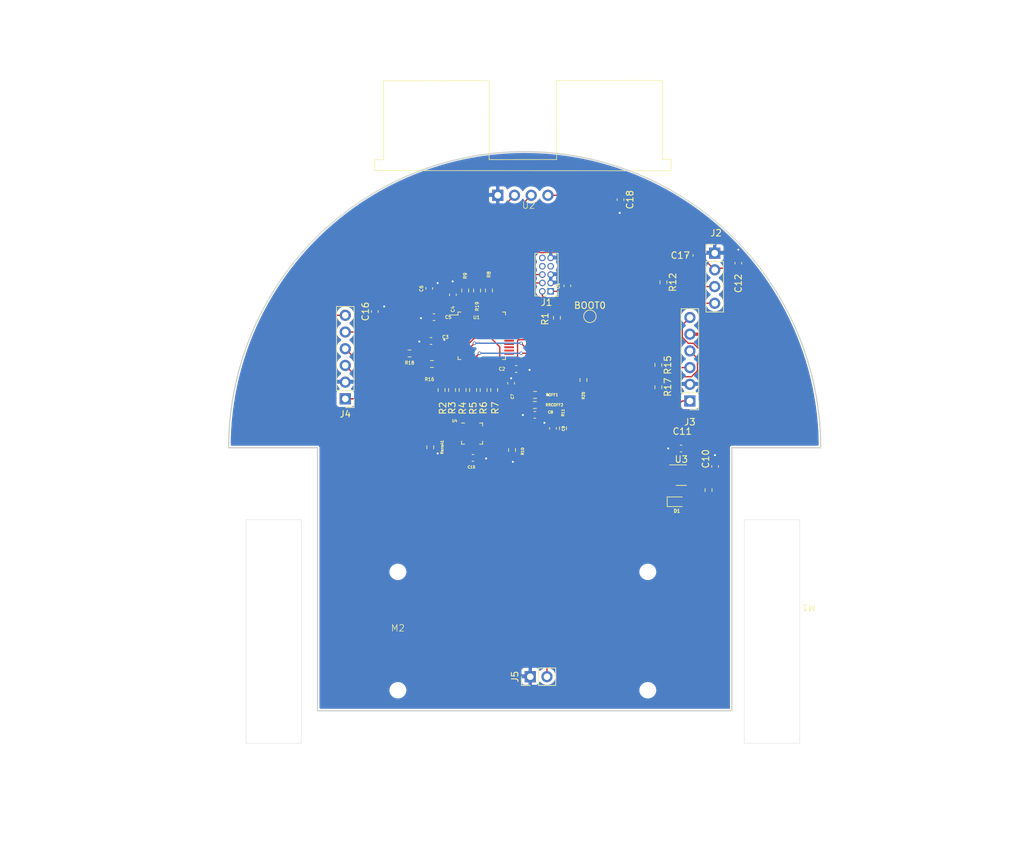
<source format=kicad_pcb>
(kicad_pcb (version 20221018) (generator pcbnew)
  (layers (0 "F.Cu" signal) (31 "B.Cu" signal) (34 "B.Paste" user) (35 "F.Paste" user) (36 "B.SilkS" user "B.Silkscreen") (37 "F.SilkS" user "F.Silkscreen") (38 "B.Mask" user) (39 "F.Mask" user) (44 "Edge.Cuts" user))
  (net 0 "")
  (net 1 "+3.3V")
  (net 2 "GND")
  (net 3 "+BATT")
  (net 4 "/mcu/IN_B2")
  (net 5 "Net-(C8-Pad1)")
  (net 6 "/mcu/BOOT0")
  (net 7 "Net-(U1-PA2)")
  (net 8 "/mcu/TIM15_CH1")
  (net 9 "Net-(U1-PA3)")
  (net 10 "/mcu/TIM15_CH2")
  (net 11 "Net-(U1-PA4)")
  (net 12 "/mcu/OUT_A4")
  (net 13 "Net-(U1-PA5)")
  (net 14 "/mcu/OUT_A5")
  (net 15 "/mcu/OUT_B0")
  (net 16 "Net-(U1-PB0)")
  (net 17 "/mcu/OUT_B1")
  (net 18 "Net-(U1-PB1)")
  (net 19 "Net-(U1-PB6)")
  (net 20 "/mcu/OUT_B9")
  (net 21 "Net-(U1-PB9)")
  (net 22 "/mcu/TIM3_CH1")
  (net 23 "/mcu/TIM2_CH1")
  (net 24 "/mcu/TIM3_CH2")
  (net 25 "/mcu/TIM2_CH2")
  (net 26 "/mcu/TIM8_CH2")
  (net 32 "/mcu/~{RESET}")
  (net 44 "/mcu/SWDIO")
  (net 47 "/mcu/SWDCLK")
  (net 49 "/mcu/SWO")
  (net 54 "Net-(U4-REF)")
  (net 55 "Net-(D1-A)")
  (net 56 "Net-(J2-Pin_3)")
  (net 57 "/external_uart/EXT_UART_RX")
  (net 58 "/motorA/MA")
  (net 59 "Net-(J3-Pin_3)")
  (net 60 "Net-(J3-Pin_4)")
  (net 61 "/motorA/MB")
  (net 62 "/motorB/MA")
  (net 63 "Net-(J4-Pin_3)")
  (net 64 "Net-(J4-Pin_4)")
  (net 65 "/motorB/MB")
  (net 66 "Net-(U4-SENSEB)")
  (net 67 "/external_uart/EXT_UART_TX")
  (net 68 "Net-(U2-ECHO)")
  (net 69 "Net-(U4-TOFF)")
  (net 70 "Net-(U4-SENSEA)")
  (footprint "Connector_PinHeader_2.54mm:PinHeader_1x06_P2.54mm_Vertical" (layer "F.Cu") (at 123 87.63 180)
    (fp_text reference "J4")
    (fp_text value "Conn_01x06")
  )
  (footprint "Package_QFP:LQFP-48_7x7mm_P0.5mm" (layer "F.Cu") (at 143.75 78.0425)
    (fp_text reference "U1")
    (fp_text value "STM32F030C8Tx" hide)
  )
  (footprint "Resistor_SMD:R_0603_1608Metric" (layer "F.Cu") (at 155.175 75.305 -90)
    (fp_text reference "R1")
    (fp_text value "10k" hide)
  )
  (footprint "minimouse:N20_with_encoder" (layer "F.Cu") (at 131 123)
    (fp_text reference "M2")
    (fp_text value "N20_encoder")
    (fp_rect (start -23.1 -17) (end -14.67 17) (stroke (width 0.05)) (fill none) (layer "Edge.Cuts"))
  )
  (footprint "Capacitor_SMD:C_0603_1608Metric" (layer "F.Cu") (at 175.3735 65.82 90)
    (fp_text reference "C17")
    (fp_text value "2.2µF" hide)
  )
  (footprint "Capacitor_SMD:C_0603_1608Metric" (layer "F.Cu") (at 142.41 96.61)
    (fp_text reference "C15")
    (fp_text value "2.2µF" hide)
  )
  (footprint "TestPoint:TestPoint_Pad_D1.5mm" (layer "F.Cu") (at 160.2 75.08)
    (fp_text reference "BOOT0")
    (fp_text value "TestPoint" hide)
  )
  (footprint "Resistor_SMD:R_0603_1608Metric" (layer "F.Cu") (at 151.823 88.561 180)
    (fp_text reference "RRCOFF2")
    (fp_text value "1k" hide)
  )
  (footprint "Resistor_SMD:R_0603_1608Metric" (layer "F.Cu") (at 140.8375 86.284 -90)
    (fp_text reference "R4")
    (fp_text value "100" hide)
  )
  (footprint "Capacitor_SMD:C_0603_1608Metric" (layer "F.Cu") (at 139.36 71.82 90)
    (fp_text reference "C4")
    (fp_text value "0.1uF" hide)
  )
  (footprint "Resistor_SMD:R_0603_1608Metric" (layer "F.Cu") (at 141.2375 71.155 -90)
    (fp_text reference "R9")
    (fp_text value "100" hide)
  )
  (footprint "Package_DFN_QFN:VQFN-16-1EP_3x3mm_P0.5mm_EP1.8x1.8mm" (layer "F.Cu") (at 142.28 92.92)
    (fp_text reference "U4")
    (fp_text value "STSPIN240" hide)
  )
  (footprint "Resistor_SMD:R_0603_1608Metric" (layer "F.Cu") (at 136.175 82.33)
    (fp_text reference "R16")
    (fp_text value "100" hide)
  )
  (footprint "Capacitor_SMD:C_0603_1608Metric" (layer "F.Cu") (at 136.48 75.21 180)
    (fp_text reference "C5")
    (fp_text value "0.1uF" hide)
  )
  (footprint "Resistor_SMD:R_0603_1608Metric" (layer "F.Cu") (at 151.853 87.031 180)
    (fp_text reference "ROFF1")
    (fp_text value "47k" hide)
  )
  (footprint "minimouse:N20_with_encoder" (layer "F.Cu") (at 169 123 180)
    (fp_text reference "M1")
    (fp_text value "N20_encoder")
    (fp_rect (start -23.1 -17) (end -14.67 17) (stroke (width 0.05)) (fill none) (layer "Edge.Cuts"))
  )
  (footprint "Connector_PinHeader_2.54mm:PinHeader_1x04_P2.54mm_Vertical" (layer "F.Cu") (at 179.1735 65.48)
    (fp_text reference "J2")
    (fp_text value "Conn_01x04")
  )
  (footprint "Capacitor_SMD:C_0603_1608Metric" (layer "F.Cu") (at 179.234501 97.905 90)
    (fp_text reference "C10")
    (fp_text value "2.2µF" hide)
  )
  (footprint "Resistor_SMD:R_0603_1608Metric" (layer "F.Cu") (at 143.0375 71.155 90)
    (fp_text reference "R19")
    (fp_text value "100" hide)
  )
  (footprint "Connector_PinHeader_2.54mm:PinHeader_1x02_P2.54mm_Vertical" (layer "F.Cu") (at 151.125 129.88 90)
    (fp_text reference "J5")
    (fp_text value "Conn_01x02")
  )
  (footprint "Capacitor_SMD:C_0603_1608Metric" (layer "F.Cu") (at 136.04 78.84 180)
    (fp_text reference "C3")
    (fp_text value "0.1uF" hide)
  )
  (footprint "Resistor_SMD:R_0603_1608Metric" (layer "F.Cu") (at 135.92 95 90)
    (fp_text reference "RsnsA1")
    (fp_text value "330m" hide)
  )
  (footprint "Package_TO_SOT_SMD:SOT-23-5" (layer "F.Cu") (at 174.097001 99.23)
    (fp_text reference "U3")
    (fp_text value "LP5907MFX-3.3")
  )
  (footprint "Connector_PinHeader_2.54mm:PinHeader_1x06_P2.54mm_Vertical" (layer "F.Cu") (at 175.4 87.96 180)
    (fp_text reference "J3")
    (fp_text value "Conn_01x06")
  )
  (footprint "Capacitor_SMD:C_0603_1608Metric" (layer "F.Cu") (at 164.85 57.35 -90)
    (fp_text reference "C18")
    (fp_text value "2.2µF" hide)
  )
  (footprint "Resistor_SMD:R_0603_1608Metric" (layer "F.Cu") (at 171.3735 69.905 -90)
    (fp_text reference "R12")
    (fp_text value "100" hide)
  )
  (footprint "Resistor_SMD:R_0603_1608Metric" (layer "F.Cu") (at 148.36 95.4 -90)
    (fp_text reference "R10")
    (fp_text value "330m" hide)
  )
  (footprint "Resistor_SMD:R_0603_1608Metric" (layer "F.Cu") (at 144.8375 71.155 -90)
    (fp_text reference "R8")
    (fp_text value "100" hide)
  )
  (footprint "Capacitor_SMD:C_0603_1608Metric" (layer "F.Cu") (at 148.21 85.26 90)
    (fp_text reference "C7")
    (fp_text value "10n" hide)
  )
  (footprint "LED_SMD:LED_0603_1608Metric" (layer "F.Cu") (at 173.434501 103.28)
    (fp_text reference "D1")
    (fp_text value "LED" hide)
  )
  (footprint "Resistor_SMD:R_0603_1608Metric" (layer "F.Cu") (at 145.6375 86.284 90)
    (fp_text reference "R7")
    (fp_text value "100" hide)
  )
  (footprint "Resistor_SMD:R_0603_1608Metric" (layer "F.Cu") (at 178.234501 101.505 -90)
    (fp_text reference "R14" hide)
    (fp_text value "100" hide)
  )
  (footprint "Resistor_SMD:R_0603_1608Metric" (layer "F.Cu") (at 137.6375 86.284 -90)
    (fp_text reference "R2")
    (fp_text value "100" hide)
  )
  (footprint "Resistor_SMD:R_0603_1608Metric" (layer "F.Cu") (at 139.2375 86.284 -90)
    (fp_text reference "R3")
    (fp_text value "100" hide)
  )
  (footprint "Capacitor_SMD:C_0603_1608Metric" (layer "F.Cu") (at 148.99 83.09)
    (fp_text reference "C2")
    (fp_text value "0.1uF" hide)
  )
  (footprint "Capacitor_SMD:C_0603_1608Metric" (layer "F.Cu") (at 156.77 70.45 90)
    (fp_text reference "C1")
    (fp_text value "2.2uF" hide)
  )
  (footprint "Resistor_SMD:R_0603_1608Metric" (layer "F.Cu") (at 142.4375 86.284 -90)
    (fp_text reference "R5")
    (fp_text value "100" hide)
  )
  (footprint "Capacitor_SMD:C_0603_1608Metric" (layer "F.Cu") (at 182.766 66.993 90)
    (fp_text reference "C12")
    (fp_text value "2.2µF" hide)
  )
  (footprint "Connector_PinHeader_1.27mm:PinHeader_2x05_P1.27mm_Vertical" (layer "F.Cu") (at 154.23 71.28 180)
    (fp_text reference "J1")
    (fp_text value "Conn_ARM_JTAG_SWD_10")
  )
  (footprint "Capacitor_SMD:C_0603_1608Metric" (layer "F.Cu") (at 174.059501 95.18 180)
    (fp_text reference "C11")
    (fp_text value "2.2µF" hide)
  )
  (footprint "Resistor_SMD:R_0603_1608Metric" (layer "F.Cu") (at 159.207 84.76 90)
    (fp_text reference "R25")
    (fp_text value "18k" hide)
  )
  (footprint "Capacitor_SMD:C_0603_1608Metric" (layer "F.Cu") (at 135.77 70.84 90)
    (fp_text reference "C6")
    (fp_text value "2.2uF" hide)
  )
  (footprint "Resistor_SMD:R_0603_1608Metric" (layer "F.Cu") (at 170.6 82.485 -90)
    (fp_text reference "R15")
    (fp_text value "100" hide)
  )
  (footprint "Capacitor_SMD:C_0603_1608Metric" (layer "F.Cu") (at 127.495 74.35 90)
    (fp_text reference "C16")
    (fp_text value "2.2µF" hide)
  )
  (footprint "minimouse:HC-SR04" (layer "F.Cu") (at 150 56.68)
    (fp_text reference "U2")
    (fp_text value "HC-SR04")
  )
  (footprint "Capacitor_SMD:C_0603_1608Metric" (layer "F.Cu") (at 154.572 92.126 90)
    (fp_text reference "C9")
    (fp_text value "C" hide)
  )
  (footprint "Resistor_SMD:R_0603_1608Metric" (layer "F.Cu") (at 170.6 85.86 -90)
    (fp_text reference "R17")
    (fp_text value "100" hide)
  )
  (footprint "Resistor_SMD:R_0603_1608Metric" (layer "F.Cu") (at 156.102 92.106 -90)
    (fp_text reference "R11")
    (fp_text value "10k" hide)
  )
  (footprint "Capacitor_SMD:C_0603_1608Metric" (layer "F.Cu") (at 151.823 90.061 180)
    (fp_text reference "C8")
    (fp_text value "22n" hide)
  )
  (footprint "Resistor_SMD:R_0603_1608Metric" (layer "F.Cu") (at 132.775 80.73 180)
    (fp_text reference "R18")
    (fp_text value "100" hide)
  )
  (footprint "Resistor_SMD:R_0603_1608Metric" (layer "F.Cu") (at 144.0375 86.284 90)
    (fp_text reference "R6")
    (fp_text value "100" hide)
  )
  (gr_arc (start 105.28 95.06) (mid 150.28 50.06) (end 195.28 95.06) (stroke (width 0.2)) (layer "Edge.Cuts"))
  (gr_line (start 181.78 135.06) (end 118.78 135.06) (stroke (width 0.2)) (layer "Edge.Cuts"))
  (gr_line (start 118.78 95.06) (end 105.28 95.06) (stroke (width 0.2)) (layer "Edge.Cuts"))
  (gr_line (start 181.78 95.06) (end 181.78 135.06) (stroke (width 0.2)) (layer "Edge.Cuts"))
  (gr_line (start 195.28 95.06) (end 181.78 95.06) (stroke (width 0.2)) (layer "Edge.Cuts"))
  (gr_line (start 118.78 135.06) (end 118.78 95.06) (stroke (width 0.2)) (layer "Edge.Cuts"))
  (segment (start 137.2675 79.2925) (end 139.5875 79.2925) (width 0.2) (layer "F.Cu") (net 1))
  (segment (start 139.715 72.595) (end 141 73.88) (width 0.2) (layer "F.Cu") (net 1))
  (segment (start 160.668 83.49) (end 160.668 86.715) (width 0.2) (layer "F.Cu") (net 1))
  (segment (start 146.698 83.49) (end 146.5 83.292) (width 0.2) (layer "F.Cu") (net 1))
  (segment (start 136.815 78.84) (end 137.2675 79.2925) (width 0.2) (layer "F.Cu") (net 1))
  (segment (start 156.715 71.28) (end 156.77 71.225) (width 0.2) (layer "F.Cu") (net 1))
  (segment (start 177.434501 99.88) (end 177.434501 97.28) (width 0.2) (layer "F.Cu") (net 1))
  (segment (start 149.336496 78.638414) (end 149.196 78.77891) (width 0.2) (layer "F.Cu") (net 1))
  (segment (start 139.36 72.595) (end 138.289 72.595) (width 0.2) (layer "F.Cu") (net 1))
  (segment (start 154.23 71.28) (end 156.715 71.28) (width 0.2) (layer "F.Cu") (net 1))
  (segment (start 177.034501 96.88) (end 175.634501 96.88) (width 0.2) (layer "F.Cu") (net 1))
  (segment (start 139.36 72.595) (end 139.715 72.595) (width 0.2) (layer "F.Cu") (net 1))
  (segment (start 162.846 76.74) (end 160.947586 78.638414) (width 0.2) (layer "F.Cu") (net 1))
  (segment (start 137.255 73.629) (end 137.255 75.21) (width 0.2) (layer "F.Cu") (net 1))
  (segment (start 175.234501 97.28) (end 175.234501 98.28) (width 0.2) (layer "F.Cu") (net 1))
  (segment (start 149.238 82.315) (end 159.493 82.315) (width 0.2) (layer "F.Cu") (net 1))
  (segment (start 135.77 71.615) (end 137.309 71.615) (width 0.2) (layer "F.Cu") (net 1))
  (segment (start 142.618182 78.41) (end 145.174 78.41) (width 0.2) (layer "F.Cu") (net 1))
  (segment (start 146.5 79.736) (end 146.5 82.205) (width 0.2) (layer "F.Cu") (net 1))
  (segment (start 178.234501 100.68) (end 177.434501 99.88) (width 0.2) (layer "F.Cu") (net 1))
  (segment (start 147.606 83.09) (end 147.206 83.49) (width 0.2) (layer "F.Cu") (net 1))
  (segment (start 174.834501 97.88) (end 175.234501 98.28) (width 0.2) (layer "F.Cu") (net 1))
  (segment (start 148.215 83.09) (end 147.606 83.09) (width 0.2) (layer "F.Cu") (net 1))
  (segment (start 160.947586 78.638414) (end 149.336496 78.638414) (width 0.2) (layer "F.Cu") (net 1))
  (segment (start 156.77 71.225) (end 159.382686 71.225) (width 0.2) (layer "F.Cu") (net 1))
  (segment (start 175.634501 96.88) (end 175.234501 97.28) (width 0.2) (layer "F.Cu") (net 1))
  (segment (start 159.382686 71.225) (end 162.846 74.688315) (width 0.2) (layer "F.Cu") (net 1))
  (segment (start 136.815 78.84) (end 136.815 75.65) (width 0.2) (layer "F.Cu") (net 1))
  (segment (start 147.206 83.49) (end 146.698 83.49) (width 0.2) (layer "F.Cu") (net 1))
  (segment (start 174.834501 95.18) (end 174.834501 97.88) (width 0.2) (layer "F.Cu") (net 1))
  (segment (start 137.309 71.615) (end 138.289 72.595) (width 0.2) (layer "F.Cu") (net 1))
  (segment (start 146.5 83.292) (end 146.5 82.205) (width 0.2) (layer "F.Cu") (net 1))
  (segment (start 149.196 82.273) (end 149.238 82.315) (width 0.2) (layer "F.Cu") (net 1))
  (segment (start 177.434501 97.28) (end 177.034501 96.88) (width 0.2) (layer "F.Cu") (net 1))
  (segment (start 162.846 74.688315) (end 162.846 76.74) (width 0.2) (layer "F.Cu") (net 1))
  (segment (start 160.668 86.715) (end 156.102 91.281) (width 0.2) (layer "F.Cu") (net 1))
  (segment (start 159.493 82.315) (end 160.668 83.49) (width 0.2) (layer "F.Cu") (net 1))
  (segment (start 145.174 78.41) (end 146.5 79.736) (width 0.2) (layer "F.Cu") (net 1))
  (segment (start 139.5875 79.2925) (end 141.735682 79.2925) (width 0.2) (layer "F.Cu") (net 1))
  (segment (start 136.815 75.65) (end 137.255 75.21) (width 0.2) (layer "F.Cu") (net 1))
  (segment (start 138.289 72.595) (end 137.255 73.629) (width 0.2) (layer "F.Cu") (net 1))
  (segment (start 141.735682 79.2925) (end 142.618182 78.41) (width 0.2) (layer "F.Cu") (net 1))
  (segment (start 148.99 82.315) (end 149.238 82.315) (width 0.2) (layer "F.Cu") (net 1))
  (segment (start 148.215 83.09) (end 148.99 82.315) (width 0.2) (layer "F.Cu") (net 1))
  (segment (start 149.196 78.77891) (end 149.196 82.273) (width 0.2) (layer "F.Cu") (net 1))
  (segment (start 172.098 95.174) (end 173.278501 95.174) (width 0.2) (layer "F.Cu") (net 2))
  (segment (start 135.187 78.918) (end 135.265 78.84) (width 0.2) (layer "F.Cu") (net 2))
  (segment (start 142.53 95.955) (end 142.53 94.4075) (width 0.2) (layer "F.Cu") (net 2))
  (segment (start 137.009 70.065) (end 137.046 70.028) (width 0.2) (layer "F.Cu") (net 2))
  (segment (start 139.36 71.045) (end 139.36 69.802) (width 0.2) (layer "F.Cu") (net 2))
  (segment (start 138.1905 78.7925) (end 139.5875 78.7925) (width 0.2) (layer "F.Cu") (net 2))
  (segment (start 179.234501 96.214501) (end 179.21 96.19) (width 0.2) (layer "F.Cu") (net 2))
  (segment (start 135.92 95.825) (end 136.935 95.825) (width 0.2) (layer "F.Cu") (net 2))
  (segment (start 178.7385 65.045) (end 179.1735 65.48) (width 0.2) (layer "F.Cu") (net 2))
  (segment (start 139.36 69.802) (end 139.332 69.774) (width 0.2) (layer "F.Cu") (net 2))
  (segment (start 146.444 83.998) (end 147.206 83.998) (width 0.2) (layer "F.Cu") (net 2))
  (segment (start 148.36 96.225) (end 148.36 97.09) (width 0.2) (layer "F.Cu") (net 2))
  (segment (start 144.324 96.61) (end 144.412 96.698) (width 0.2) (layer "F.Cu") (net 2))
  (segment (start 150.033 90.061) (end 150 90.094) (width 0.2) (layer "F.Cu") (net 2))
  (segment (start 164.85 59.242) (end 164.732 59.36) (width 0.2) (layer "F.Cu") (net 2))
  (segment (start 153.348 91.351) (end 153.278 91.281) (width 0.2) (layer "F.Cu") (net 2))
  (segment (start 151.016 83.236) (end 149.911 83.236) (width 0.2) (layer "F.Cu") (net 2))
  (segment (start 173.278501 95.174) (end 173.284501 95.18) (width 0.2) (layer "F.Cu") (net 2))
  (segment (start 146 82.205) (end 146 83.554) (width 0.2) (layer "F.Cu") (net 2))
  (segment (start 152.678 87.031) (end 153.795 87.031) (width 0.2) (layer "F.Cu") (net 2))
  (segment (start 138.062 78.664) (end 138.1905 78.7925) (width 0.2) (layer "F.Cu") (net 2))
  (segment (start 179.7135 66.02) (end 179.1735 65.48) (width 0.2) (layer "F.Cu") (net 2))
  (segment (start 135.77 70.065) (end 137.009 70.065) (width 0.2) (layer "F.Cu") (net 2))
  (segment (start 134.252 78.918) (end 135.187 78.918) (width 0.2) (layer "F.Cu") (net 2))
  (segment (start 149.911 83.236) (end 149.765 83.09) (width 0.2) (layer "F.Cu") (net 2))
  (segment (start 127.495 73.575) (end 128.909 73.575) (width 0.2) (layer "F.Cu") (net 2))
  (segment (start 148.36 97.09) (end 148.476 97.206) (width 0.2) (layer "F.Cu") (net 2))
  (segment (start 143.185 96.61) (end 142.53 95.955) (width 0.2) (layer "F.Cu") (net 2))
  (segment (start 143.185 96.61) (end 144.324 96.61) (width 0.2) (layer "F.Cu") (net 2))
  (segment (start 182.766 64.948) (end 182.766 66.218) (width 0.2) (layer "F.Cu") (net 2))
  (segment (start 151.048 90.061) (end 150.033 90.061) (width 0.2) (layer "F.Cu") (net 2))
  (segment (start 136.935 95.825) (end 137.046 95.936) (width 0.2) (layer "F.Cu") (net 2))
  (segment (start 147.206 83.998) (end 147.693 84.485) (width 0.2) (layer "F.Cu") (net 2))
  (segment (start 154.572 91.351) (end 153.348 91.351) (width 0.2) (layer "F.Cu") (net 2))
  (segment (start 135.553 75.362) (end 135.705 75.21) (width 0.2) (layer "F.Cu") (net 2))
  (segment (start 164.85 58.125) (end 164.85 59.242) (width 0.2) (layer "F.Cu") (net 2))
  (segment (start 153.795 87.031) (end 153.81 87.046) (width 0.2) (layer "F.Cu") (net 2))
  (segment (start 146 83.554) (end 146.444 83.998) (width 0.2) (layer "F.Cu") (net 2))
  (segment (start 128.909 73.575) (end 128.918 73.584) (width 0.2) (layer "F.Cu") (net 2))
  (segment (start 179.234501 97.13) (end 179.234501 96.214501) (width 0.2) (layer "F.Cu") (net 2))
  (segment (start 147.693 84.485) (end 148.21 84.485) (width 0.2) (layer "F.Cu") (net 2))
  (segment (start 134.506 75.362) (end 135.553 75.362) (width 0.2) (layer "F.Cu") (net 2))
  (via (at 148.222 84.506) (size 0.5) (drill 0.3) (layers "F.Cu" "B.Cu") (net 2))
  (via (at 164.732 59.36) (size 0.5) (drill 0.3) (layers "F.Cu" "B.Cu") (net 2))
  (via (at 148.476 97.206) (size 0.5) (drill 0.3) (layers "F.Cu" "B.Cu") (net 2))
  (via (at 151.016 83.236) (size 0.5) (drill 0.3) (layers "F.Cu" "B.Cu") (net 2))
  (via (at 172.098 95.174) (size 0.5) (drill 0.3) (layers "F.Cu" "B.Cu") (net 2))
  (via (at 153.278 91.281) (size 0.5) (drill 0.3) (layers "F.Cu" "B.Cu") (net 2))
  (via (at 144.412 96.698) (size 0.5) (drill 0.3) (layers "F.Cu" "B.Cu") (net 2))
  (via (at 182.766 64.948) (size 0.5) (drill 0.3) (layers "F.Cu" "B.Cu") (net 2))
  (via (at 128.918 73.584) (size 0.5) (drill 0.3) (layers "F.Cu" "B.Cu") (net 2))
  (via (at 139.332 69.774) (size 0.5) (drill 0.3) (layers "F.Cu" "B.Cu") (net 2))
  (via (at 137.046 95.936) (size 0.5) (drill 0.3) (layers "F.Cu" "B.Cu") (net 2))
  (via (at 134.506 75.362) (size 0.5) (drill 0.3) (layers "F.Cu" "B.Cu") (net 2))
  (via (at 134.252 78.918) (size 0.5) (drill 0.3) (layers "F.Cu" "B.Cu") (net 2))
  (via (at 137.046 70.028) (size 0.5) (drill 0.3) (layers "F.Cu" "B.Cu") (net 2))
  (via (at 138.062 78.664) (size 0.5) (drill 0.3) (layers "F.Cu" "B.Cu") (net 2))
  (via (at 150 90.094) (size 0.5) (drill 0.3) (layers "F.Cu" "B.Cu") (net 2))
  (via (at 179.21 96.19) (size 0.5) (drill 0.3) (layers "F.Cu" "B.Cu") (net 2))
  (via (at 153.81 87.046) (size 0.5) (drill 0.3) (layers "F.Cu" "B.Cu") (net 2))
  (segment (start 158.128 114.224) (end 153.665 118.687) (width 0.2) (layer "F.Cu") (net 3))
  (segment (start 125.108 74.854) (end 126.437 76.183) (width 0.2) (layer "F.Cu") (net 3))
  (segment (start 180.48 77.8) (end 175.4 77.8) (width 0.5) (layer "F.Cu") (net 3))
  (segment (start 142.03 94.4075) (end 142.03 95.235685) (width 0.2) (layer "F.Cu") (net 3))
  (segment (start 134.225 96.925) (end 131.966 96.925) (width 0.2) (layer "F.Cu") (net 3))
  (segment (start 124.346 72.314) (end 125.108 73.076) (width 0.2) (layer "F.Cu") (net 3))
  (segment (start 171.084149 110.668) (end 161.684 110.668) (width 0.2) (layer "F.Cu") (net 3))
  (segment (start 182.766 67.768) (end 179.4255 67.768) (width 0.2) (layer "F.Cu") (net 3))
  (segment (start 179.234501 98.68) (end 179.234501 101.27) (width 0.2) (layer "F.Cu") (net 3))
  (segment (start 174.13 99.672) (end 174.13 99.238) (width 0.2) (layer "F.Cu") (net 3))
  (segment (start 172.959501 98.28) (end 173.622 98.28) (width 0.2) (layer "F.Cu") (net 3))
  (segment (start 140.340685 96.925) (end 139.332 96.925) (width 0.2) (layer "F.Cu") (net 3))
  (segment (start 174.13 98.788) (end 174.13 99.238) (width 0.2) (layer "F.Cu") (net 3))
  (segment (start 177.7735 66.68) (end 177.6885 66.595) (width 0.2) (layer "F.Cu") (net 3))
  (segment (start 123 77.47) (end 124.854 77.47) (width 0.2) (layer "F.Cu") (net 3))
  (segment (start 173.622 98.28) (end 174.13 98.788) (width 0.2) (layer "F.Cu") (net 3))
  (segment (start 179.234501 98.68) (end 181.38 96.534501) (width 0.2) (layer "F.Cu") (net 3))
  (segment (start 169.304 59.106) (end 166.773 56.575) (width 0.2) (layer "F.Cu") (net 3))
  (segment (start 121.044 72.314) (end 124.346 72.314) (width 0.2) (layer "F.Cu") (net 3))
  (segment (start 177.6885 66.595) (end 175.3735 66.595) (width 0.2) (layer "F.Cu") (net 3))
  (segment (start 153.665 118.687) (end 153.665 129.88) (width 0.2) (layer "F.Cu") (net 3))
  (segment (start 137.808 100.508) (end 134.225 96.925) (width 0.2) (layer "F.Cu") (net 3))
  (segment (start 182.766 67.768) (end 182.766 75.362) (width 0.2) (layer "F.Cu") (net 3))
  (segment (start 181.38 96.534501) (end 181.38 78.7) (width 0.2) (layer "F.Cu") (net 3))
  (segment (start 175.3735 66.595) (end 171.967 66.595) (width 0.2) (layer "F.Cu") (net 3))
  (segment (start 125.799315 96.925) (end 116.45 87.575685) (width 0.2) (layer "F.Cu") (net 3))
  (segment (start 179.6235 67.57) (end 179.1735 68.02) (width 0.2) (layer "F.Cu") (net 3))
  (segment (start 182.842 75.438) (end 180.48 77.8) (width 0.2) (layer "F.Cu") (net 3))
  (segment (start 181.38 78.7) (end 180.48 77.8) (width 0.2) (layer "F.Cu") (net 3))
  (segment (start 171.967 66.595) (end 169.304 63.932) (width 0.2) (layer "F.Cu") (net 3))
  (segment (start 141.635 95.699) (end 141.618 95.682) (width 0.2) (layer "F.Cu") (net 3))
  (segment (start 161.684 110.668) (end 158.128 114.224) (width 0.2) (layer "F.Cu") (net 3))
  (segment (start 145.428 114.224) (end 137.808 106.604) (width 0.2) (layer "F.Cu") (net 3))
  (segment (start 169.304 63.932) (end 169.304 59.106) (width 0.2) (layer "F.Cu") (net 3))
  (segment (start 126.437 76.183) (end 127.495 75.125) (width 0.2) (layer "F.Cu") (net 3))
  (segment (start 179.234501 101.27) (end 179.234501 102.517648) (width 0.2) (layer "F.Cu") (net 3))
  (segment (start 141.635 96.61) (end 141.635 95.699) (width 0.2) (layer "F.Cu") (net 3))
  (segment (start 141.618 95.682) (end 142.03 95.27) (width 0.2) (layer "F.Cu") (net 3))
  (segment (start 116.45 76.908) (end 121.044 72.314) (width 0.2) (layer "F.Cu") (net 3))
  (segment (start 173.622 100.18) (end 174.13 99.672) (width 0.2) (layer "F.Cu") (net 3))
  (segment (start 137.808 106.604) (end 137.808 100.508) (width 0.2) (layer "F.Cu") (net 3))
  (segment (start 179.1735 68.02) (end 177.8335 66.68) (width 0.2) (layer "F.Cu") (net 3))
  (segment (start 179.234501 102.517648) (end 171.084149 110.668) (width 0.2) (layer "F.Cu") (net 3))
  (segment (start 175.604853 99.238) (end 177.746853 101.38) (width 0.2) (layer "F.Cu") (net 3))
  (segment (start 142.03 95.235685) (end 140.340685 96.925) (width 0.2) (layer "F.Cu") (net 3))
  (segment (start 179.4255 67.768) (end 179.1735 68.02) (width 0.2) (layer "F.Cu") (net 3))
  (segment (start 174.13 99.238) (end 175.604853 99.238) (width 0.2) (layer "F.Cu") (net 3))
  (segment (start 182.766 75.362) (end 182.842 75.438) (width 0.2) (layer "F.Cu") (net 3))
  (segment (start 166.773 56.575) (end 164.85 56.575) (width 0.2) (layer "F.Cu") (net 3))
  (segment (start 116.45 87.575685) (end 116.45 76.908) (width 0.2) (layer "F.Cu") (net 3))
  (segment (start 158.128 114.224) (end 145.428 114.224) (width 0.2) (layer "F.Cu") (net 3))
  (segment (start 164.745 56.68) (end 164.85 56.575) (width 0.2) (layer "F.Cu") (net 3))
  (segment (start 177.8335 66.68) (end 177.7735 66.68) (width 0.2) (layer "F.Cu") (net 3))
  (segment (start 153.81 56.68) (end 164.745 56.68) (width 0.2) (layer "F.Cu") (net 3))
  (segment (start 125.15 77.47) (end 126.437 76.183) (width 0.2) (layer "F.Cu") (net 3))
  (segment (start 173.622 100.18) (end 172.959501 100.18) (width 0.2) (layer "F.Cu") (net 3))
  (segment (start 124.854 77.47) (end 125.15 77.47) (width 0.2) (layer "F.Cu") (net 3))
  (segment (start 142.03 95.27) (end 142.03 94.4075) (width 0.2) (layer "F.Cu") (net 3))
  (segment (start 179.234501 98.68) (end 179.814501 98.68) (width 0.2) (layer "F.Cu") (net 3))
  (segment (start 125.108 73.076) (end 125.108 74.854) (width 0.2) (layer "F.Cu") (net 3))
  (segment (start 139.332 96.925) (end 131.966 96.925) (width 0.2) (layer "F.Cu") (net 3))
  (segment (start 131.966 96.925) (end 125.799315 96.925) (width 0.2) (layer "F.Cu") (net 3))
  (segment (start 177.746853 101.38) (end 179.124501 101.38) (width 0.2) (layer "F.Cu") (net 3))
  (segment (start 179.124501 101.38) (end 179.234501 101.27) (width 0.2) (layer "F.Cu") (net 3))
  (segment (start 146.698 84.76) (end 146.336 84.398) (width 0.2) (layer "F.Cu") (net 4))
  (segment (start 146.278314 84.398) (end 145.732314 83.852) (width 0.2) (layer "F.Cu") (net 4))
  (segment (start 144.8625 89.6) (end 144.8625 86.696352) (width 0.2) (layer "F.Cu") (net 4))
  (segment (start 157.112 85.014) (end 158.191 83.935) (width 0.2) (layer "F.Cu") (net 4))
  (segment (start 144.5 83.774314) (end 144.5 82.205) (width 0.2) (layer "F.Cu") (net 4))
  (segment (start 149.746 85.014) (end 157.112 85.014) (width 0.2) (layer "F.Cu") (net 4))
  (segment (start 144.577686 83.852) (end 144.5 83.774314) (width 0.2) (layer "F.Cu") (net 4))
  (segment (start 146.698 85.522) (end 146.698 84.76) (width 0.2) (layer "F.Cu") (net 4))
  (segment (start 148.21 86.035) (end 147.211 86.035) (width 0.2) (layer "F.Cu") (net 4))
  (segment (start 147.211 86.035) (end 146.698 85.522) (width 0.2) (layer "F.Cu") (net 4))
  (segment (start 145.732314 83.852) (end 144.577686 83.852) (width 0.2) (layer "F.Cu") (net 4))
  (segment (start 145.399852 86.159) (end 147.087 86.159) (width 0.2) (layer "F.Cu") (net 4))
  (segment (start 148.21 86.035) (end 148.725 86.035) (width 0.2) (layer "F.Cu") (net 4))
  (segment (start 158.191 83.935) (end 159.207 83.935) (width 0.2) (layer "F.Cu") (net 4))
  (segment (start 147.087 86.159) (end 147.211 86.035) (width 0.2) (layer "F.Cu") (net 4))
  (segment (start 144.8625 86.696352) (end 145.399852 86.159) (width 0.2) (layer "F.Cu") (net 4))
  (segment (start 148.725 86.035) (end 149.746 85.014) (width 0.2) (layer "F.Cu") (net 4))
  (segment (start 146.336 84.398) (end 146.278314 84.398) (width 0.2) (layer "F.Cu") (net 4))
  (segment (start 143.03 91.4325) (end 144.8625 89.6) (width 0.2) (layer "F.Cu") (net 4))
  (segment (start 147.16991 74.48) (end 146.56991 75.08) (width 0.2) (layer "F.Cu") (net 6))
  (segment (start 155.175 74.48) (end 147.16991 74.48) (width 0.2) (layer "F.Cu") (net 6))
  (segment (start 155.775 75.08) (end 155.175 74.48) (width 0.2) (layer "F.Cu") (net 6))
  (segment (start 146.56991 75.08) (end 143.43009 75.08) (width 0.2) (layer "F.Cu") (net 6))
  (segment (start 143.43009 75.08) (end 143 74.64991) (width 0.2) (layer "F.Cu") (net 6))
  (segment (start 143 74.64991) (end 143 73.88) (width 0.2) (layer "F.Cu") (net 6))
  (segment (start 160.2 75.08) (end 155.775 75.08) (width 0.2) (layer "F.Cu") (net 6))
  (segment (start 139 82.28) (end 137.6375 83.6425) (width 0.2) (layer "F.Cu") (net 7))
  (segment (start 139 81.38) (end 139 82.28) (width 0.2) (layer "F.Cu") (net 7))
  (segment (start 139.5875 80.7925) (end 139 81.38) (width 0.2) (layer "F.Cu") (net 7))
  (segment (start 137.6375 83.6425) (end 137.6375 85.459) (width 0.2) (layer "F.Cu") (net 7))
  (segment (start 137.6375 91.0265) (end 137.6375 87.109) (width 0.2) (layer "F.Cu") (net 8))
  (segment (start 139.114 92.67) (end 137.554 91.11) (width 0.2) (layer "F.Cu") (net 8))
  (segment (start 137.554 91.11) (end 137.6375 91.0265) (width 0.2) (layer "F.Cu") (net 8))
  (segment (start 140.7925 92.67) (end 139.114 92.67) (width 0.2) (layer "F.Cu") (net 8))
  (segment (start 139.2375 85.459) (end 139.2375 85.3715) (width 0.2) (layer "F.Cu") (net 9))
  (segment (start 140 83.48) (end 140.8 83.48) (width 0.2) (layer "F.Cu") (net 9))
  (segment (start 140 83.48) (end 140 84.609) (width 0.2) (layer "F.Cu") (net 9))
  (segment (start 139.2375 85.3715) (end 140 84.609) (width 0.2) (layer "F.Cu") (net 9))
  (segment (start 141 83.28) (end 141 82.205) (width 0.2) (layer "F.Cu") (net 9))
  (segment (start 140.8 83.48) (end 141 83.28) (width 0.2) (layer "F.Cu") (net 9))
  (segment (start 141.53 91.4325) (end 141.53 89.4015) (width 0.2) (layer "F.Cu") (net 10))
  (segment (start 141.53 89.4015) (end 139.2375 87.109) (width 0.2) (layer "F.Cu") (net 10))
  (segment (start 140.95 85.459) (end 140.8375 85.459) (width 0.2) (layer "F.Cu") (net 11))
  (segment (start 141.5 83.18) (end 141.6 83.28) (width 0.2) (layer "F.Cu") (net 11))
  (segment (start 141.6 83.28) (end 141.6 84.809) (width 0.2) (layer "F.Cu") (net 11))
  (segment (start 141.5 82.205) (end 141.5 83.18) (width 0.2) (layer "F.Cu") (net 11))
  (segment (start 141.6 84.809) (end 140.95 85.459) (width 0.2) (layer "F.Cu") (net 11))
  (segment (start 142.4375 83.5175) (end 142.4375 85.459) (width 0.2) (layer "F.Cu") (net 13))
  (segment (start 142 83.08) (end 142.4375 83.5175) (width 0.2) (layer "F.Cu") (net 13))
  (segment (start 142 82.205) (end 142 83.08) (width 0.2) (layer "F.Cu") (net 13))
  (segment (start 142.03 88.666) (end 142.03 91.4325) (width 0.2) (layer "F.Cu") (net 14))
  (segment (start 142.4375 88.2585) (end 142.03 88.666) (width 0.2) (layer "F.Cu") (net 14))
  (segment (start 142.4375 87.109) (end 142.4375 88.2585) (width 0.2) (layer "F.Cu") (net 14))
  (segment (start 142.53 90.198) (end 142.53 91.4325) (width 0.2) (layer "F.Cu") (net 15))
  (segment (start 144.0375 88.6905) (end 142.53 90.198) (width 0.2) (layer "F.Cu") (net 15))
  (segment (start 144.0375 87.109) (end 144.0375 88.6905) (width 0.2) (layer "F.Cu") (net 15))
  (segment (start 143.5 82.205) (end 143.5 83.040596) (width 0.2) (layer "F.Cu") (net 16))
  (segment (start 143.5 83.040596) (end 143.142 83.398596) (width 0.2) (layer "F.Cu") (net 16))
  (segment (start 143.142 84.5635) (end 144.0375 85.459) (width 0.2) (layer "F.Cu") (net 16))
  (segment (start 143.142 83.398596) (end 143.142 84.5635) (width 0.2) (layer "F.Cu") (net 16))
  (segment (start 150.254 85.776) (end 150.254 85.864511) (width 0.2) (layer "F.Cu") (net 17))
  (segment (start 159.207 85.585) (end 150.445 85.585) (width 0.2) (layer "F.Cu") (net 17))
  (segment (start 149.009511 87.109) (end 145.6375 87.109) (width 0.2) (layer "F.Cu") (net 17))
  (segment (start 150.445 85.585) (end 150.254 85.776) (width 0.2) (layer "F.Cu") (net 17))
  (segment (start 150.254 85.864511) (end 149.009511 87.109) (width 0.2) (layer "F.Cu") (net 17))
  (segment (start 145.6375 84.9695) (end 145.6375 85.459) (width 0.2) (layer "F.Cu") (net 18))
  (segment (start 144 83.84) (end 144.412 84.252) (width 0.2) (layer "F.Cu") (net 18))
  (segment (start 144 82.205) (end 144 83.84) (width 0.2) (layer "F.Cu") (net 18))
  (segment (start 144.412 84.252) (end 144.92 84.252) (width 0.2) (layer "F.Cu") (net 18))
  (segment (start 144.92 84.252) (end 145.6375 84.9695) (width 0.2) (layer "F.Cu") (net 18))
  (segment (start 144.8375 71.98) (end 144 72.8175) (width 0.2) (layer "F.Cu") (net 19))
  (segment (start 144 72.8175) (end 144 73.88) (width 0.2) (layer "F.Cu") (net 19))
  (segment (start 147.32 58.09) (end 144.412 58.09) (width 0.2) (layer "F.Cu") (net 20))
  (segment (start 148.73 56.68) (end 147.32 58.09) (width 0.2) (layer "F.Cu") (net 20))
  (segment (start 141.2375 61.2645) (end 141.2375 70.33) (width 0.2) (layer "F.Cu") (net 20))
  (segment (start 144.412 58.09) (end 141.2375 61.2645) (width 0.2) (layer "F.Cu") (net 20))
  (segment (start 141.2375 71.98) (end 142 72.7425) (width 0.2) (layer "F.Cu") (net 21))
  (segment (start 142 72.7425) (end 142 73.88) (width 0.2) (layer "F.Cu") (net 21))
  (segment (start 150.237586 79.68) (end 168.796 79.68) (width 0.2) (layer "F.Cu") (net 22))
  (segment (start 149.746 79.188414) (end 150.237586 79.68) (width 0.2) (layer "F.Cu") (net 22))
  (segment (start 142.126 79.68) (end 142.634 79.172) (width 0.2) (layer "F.Cu") (net 22))
  (segment (start 142.5 81.43509) (end 142.126 81.06109) (width 0.2) (layer "F.Cu") (net 22))
  (segment (start 142.126 81.06109) (end 142.126 79.68) (width 0.2) (layer "F.Cu") (net 22))
  (segment (start 142.5 82.205) (end 142.5 81.43509) (width 0.2) (layer "F.Cu") (net 22))
  (segment (start 168.796 79.68) (end 170.6 81.484) (width 0.2) (layer "F.Cu") (net 22))
  (segment (start 170.6 81.484) (end 170.6 81.66) (width 0.2) (layer "F.Cu") (net 22))
  (via (at 149.746 79.188414) (size 0.5) (drill 0.3) (layers "F.Cu" "B.Cu") (net 22))
  (via (at 142.634 79.172) (size 0.5) (drill 0.3) (layers "F.Cu" "B.Cu") (net 22))
  (segment (start 149.729586 79.172) (end 142.634 79.172) (width 0.2) (layer "B.Cu") (net 22))
  (segment (start 149.746 79.188414) (end 149.729586 79.172) (width 0.2) (layer "B.Cu") (net 22))
  (segment (start 132.9 80.18) (end 133.2875 79.7925) (width 0.2) (layer "F.Cu") (net 23))
  (segment (start 133.2875 79.7925) (end 139.5875 79.7925) (width 0.2) (layer "F.Cu") (net 23))
  (segment (start 132.9 81.217648) (end 132.9 80.18) (width 0.2) (layer "F.Cu") (net 23))
  (segment (start 135.35 82.33) (end 134.012352 82.33) (width 0.2) (layer "F.Cu") (net 23))
  (segment (start 134.012352 82.33) (end 132.9 81.217648) (width 0.2) (layer "F.Cu") (net 23))
  (segment (start 166.261 80.696) (end 170.6 85.035) (width 0.2) (layer "F.Cu") (net 24))
  (segment (start 143 81.092) (end 143.396 80.696) (width 0.2) (layer "F.Cu") (net 24))
  (segment (start 149.746 80.696) (end 166.261 80.696) (width 0.2) (layer "F.Cu") (net 24))
  (segment (start 143 82.205) (end 143 81.092) (width 0.2) (layer "F.Cu") (net 24))
  (via (at 149.746 80.696) (size 0.5) (drill 0.3) (layers "F.Cu" "B.Cu") (net 24))
  (via (at 143.396 80.696) (size 0.5) (drill 0.3) (layers "F.Cu" "B.Cu") (net 24))
  (segment (start 143.396 80.696) (end 149.746 80.696) (width 0.2) (layer "B.Cu") (net 24))
  (segment (start 134.0375 80.2925) (end 139.5875 80.2925) (width 0.2) (layer "F.Cu") (net 25))
  (segment (start 133.6 80.73) (end 134.0375 80.2925) (width 0.2) (layer "F.Cu") (net 25))
  (segment (start 143.0375 71.98) (end 142.5 72.5175) (width 0.2) (layer "F.Cu") (net 26))
  (segment (start 142.5 72.5175) (end 142.5 73.88) (width 0.2) (layer "F.Cu") (net 26))
  (segment (start 152.96 71.987106) (end 154.048894 73.076) (width 0.2) (layer "F.Cu") (net 44))
  (segment (start 161.684 77.14) (end 152.794 77.14) (width 0.2) (layer "F.Cu") (net 44))
  (segment (start 162.446 74.854) (end 162.446 76.378) (width 0.2) (layer "F.Cu") (net 44))
  (segment (start 154.048894 73.076) (end 160.668 73.076) (width 0.2) (layer "F.Cu") (net 44))
  (segment (start 160.668 73.076) (end 162.446 74.854) (width 0.2) (layer "F.Cu") (net 44))
  (segment (start 162.446 76.378) (end 161.684 77.14) (width 0.2) (layer "F.Cu") (net 44))
  (segment (start 152.96 71.28) (end 152.96 71.987106) (width 0.2) (layer "F.Cu") (net 44))
  (segment (start 151.9465 76.2925) (end 147.9125 76.2925) (width 0.2) (layer "F.Cu") (net 44))
  (segment (start 152.794 77.14) (end 151.9465 76.2925) (width 0.2) (layer "F.Cu") (net 44))
  (segment (start 146.5 73.88) (end 146.5 72.74) (width 0.2) (layer "F.Cu") (net 47))
  (segment (start 149.23 70.01) (end 152.96 70.01) (width 0.2) (layer "F.Cu") (net 47))
  (segment (start 146.5 72.74) (end 149.23 70.01) (width 0.2) (layer "F.Cu") (net 47))
  (segment (start 145.5 72.81) (end 149.57 68.74) (width 0.2) (layer "F.Cu") (net 49))
  (segment (start 145.5 73.88) (end 145.5 72.81) (width 0.2) (layer "F.Cu") (net 49))
  (segment (start 149.57 68.74) (end 152.96 68.74) (width 0.2) (layer "F.Cu") (net 49))
  (segment (start 156.072 92.901) (end 156.102 92.931) (width 0.2) (layer "F.Cu") (net 54))
  (segment (start 143.7675 92.67) (end 154.341 92.67) (width 0.2) (layer "F.Cu") (net 54))
  (segment (start 154.341 92.67) (end 154.572 92.901) (width 0.2) (layer "F.Cu") (net 54))
  (segment (start 154.572 92.901) (end 156.072 92.901) (width 0.2) (layer "F.Cu") (net 54))
  (segment (start 174.222001 103.28) (end 177.284501 103.28) (width 0.2) (layer "F.Cu") (net 55))
  (segment (start 177.284501 103.28) (end 178.234501 102.33) (width 0.2) (layer "F.Cu") (net 55))
  (segment (start 179.1735 70.56) (end 171.5435 70.56) (width 0.2) (layer "F.Cu") (net 56))
  (segment (start 171.5435 70.56) (end 171.3735 70.73) (width 0.2) (layer "F.Cu") (net 56))
  (segment (start 172.1485 69.492648) (end 172.1485 68.667352) (width 0.2) (layer "F.Cu") (net 57))
  (segment (start 170.885852 69.78) (end 171.861148 69.78) (width 0.2) (layer "F.Cu") (net 57))
  (segment (start 168.481148 65) (end 150.1675 65) (width 0.2) (layer "F.Cu") (net 57))
  (segment (start 167.565852 73.1) (end 170.885852 69.78) (width 0.2) (layer "F.Cu") (net 57))
  (segment (start 150.1675 65) (end 144.8375 70.33) (width 0.2) (layer "F.Cu") (net 57))
  (segment (start 179.1735 73.1) (end 167.565852 73.1) (width 0.2) (layer "F.Cu") (net 57))
  (segment (start 171.861148 69.78) (end 172.1485 69.492648) (width 0.2) (layer "F.Cu") (net 57))
  (segment (start 172.1485 68.667352) (end 168.481148 65) (width 0.2) (layer "F.Cu") (net 57))
  (segment (start 168.796 93.396) (end 157.874 93.396) (width 0.2) (layer "F.Cu") (net 58))
  (segment (start 174.232 87.96) (end 168.796 93.396) (width 0.2) (layer "F.Cu") (net 58))
  (segment (start 152.794 94.412) (end 151.552 93.17) (width 0.2) (layer "F.Cu") (net 58))
  (segment (start 151.552 93.17) (end 143.7675 93.17) (width 0.2) (layer "F.Cu") (net 58))
  (segment (start 175.4 87.96) (end 174.232 87.96) (width 0.2) (layer "F.Cu") (net 58))
  (segment (start 157.874 93.396) (end 156.858 94.412) (width 0.2) (layer "F.Cu") (net 58))
  (segment (start 156.858 94.412) (end 152.794 94.412) (width 0.2) (layer "F.Cu") (net 58))
  (segment (start 175.4 82.88) (end 171.03 82.88) (width 0.2) (layer "F.Cu") (net 59))
  (segment (start 171.03 82.88) (end 170.6 83.31) (width 0.2) (layer "F.Cu") (net 59))
  (segment (start 175.4 80.34) (end 176.55 81.49) (width 0.2) (layer "F.Cu") (net 60))
  (segment (start 175.636 84.27) (end 173.015 84.27) (width 0.2) (layer "F.Cu") (net 60))
  (segment (start 176.55 83.356) (end 175.636 84.27) (width 0.2) (layer "F.Cu") (net 60))
  (segment (start 176.55 81.49) (end 176.55 83.356) (width 0.2) (layer "F.Cu") (net 60))
  (segment (start 173.015 84.27) (end 170.6 86.685) (width 0.2) (layer "F.Cu") (net 60))
  (segment (start 143.03 95.062) (end 143.396 95.428) (width 0.2) (layer "F.Cu") (net 61))
  (segment (start 177.94 81.204) (end 177.94 89.84) (width 0.2) (layer "F.Cu") (net 61))
  (segment (start 177.94 89.84) (end 174.638 93.142) (width 0.2) (layer "F.Cu") (net 61))
  (segment (start 150.508 95.428) (end 150.762 95.174) (width 0.2) (layer "F.Cu") (net 61))
  (segment (start 143.03 94.4075) (end 143.03 95.062) (width 0.2) (layer "F.Cu") (net 61))
  (segment (start 170.574 94.412) (end 158.128 94.412) (width 0.2) (layer "F.Cu") (net 61))
  (segment (start 175.926 79.19) (end 177.94 81.204) (width 0.2) (layer "F.Cu") (net 61))
  (segment (start 175.164 79.19) (end 175.926 79.19) (width 0.2) (layer "F.Cu") (net 61))
  (segment (start 174.25 78.276) (end 175.164 79.19) (width 0.2) (layer "F.Cu") (net 61))
  (segment (start 174.638 93.396) (end 171.59 93.396) (width 0.2) (layer "F.Cu") (net 61))
  (segment (start 171.59 93.396) (end 170.574 94.412) (width 0.2) (layer "F.Cu") (net 61))
  (segment (start 175.4 75.26) (end 174.25 76.41) (width 0.2) (layer "F.Cu") (net 61))
  (segment (start 143.396 95.428) (end 150.508 95.428) (width 0.2) (layer "F.Cu") (net 61))
  (segment (start 174.638 93.142) (end 174.638 93.396) (width 0.2) (layer "F.Cu") (net 61))
  (segment (start 174.25 76.41) (end 174.25 78.276) (width 0.2) (layer "F.Cu") (net 61))
  (segment (start 157.366 95.174) (end 150.762 95.174) (width 0.2) (layer "F.Cu") (net 61))
  (segment (start 158.128 94.412) (end 157.366 95.174) (width 0.2) (layer "F.Cu") (net 61))
  (segment (start 126.78 87.63) (end 123 87.63) (width 0.2) (layer "F.Cu") (net 62))
  (segment (start 132.32 93.17) (end 126.78 87.63) (width 0.2) (layer "F.Cu") (net 62))
  (segment (start 140.7925 93.17) (end 132.32 93.17) (width 0.2) (layer "F.Cu") (net 62))
  (segment (start 123.1 87.63) (end 123.2 87.53) (width 0.2) (layer "F.Cu") (net 62))
  (segment (start 136 83.88) (end 124.33 83.88) (width 0.2) (layer "F.Cu") (net 63))
  (segment (start 137 82.88) (end 136 83.88) (width 0.2) (layer "F.Cu") (net 63))
  (segment (start 124.33 83.88) (end 123 82.55) (width 0.2) (layer "F.Cu") (net 63))
  (segment (start 137 82.33) (end 137 82.88) (width 0.2) (layer "F.Cu") (net 63))
  (segment (start 131.95 80.84) (end 131.95 80.73) (width 0.2) (layer "F.Cu") (net 64))
  (segment (start 124.21 81.22) (end 131.19 81.22) (width 0.2) (layer "F.Cu") (net 64))
  (segment (start 123 80.01) (end 124.21 81.22) (width 0.2) (layer "F.Cu") (net 64))
  (segment (start 131.38 81.41) (end 131.95 80.84) (width 0.2) (layer "F.Cu") (net 64))
  (segment (start 131.19 81.22) (end 131.38 81.41) (width 0.2) (layer "F.Cu") (net 64))
  (segment (start 141.53 94.4075) (end 141.53 95.17) (width 0.2) (layer "F.Cu") (net 65))
  (segment (start 140.175 96.525) (end 130.595 96.525) (width 0.2) (layer "F.Cu") (net 65))
  (segment (start 141.53 95.17) (end 141.31 95.39) (width 0.2) (layer "F.Cu") (net 65))
  (segment (start 130.595 96.525) (end 126.89 92.82) (width 0.2) (layer "F.Cu") (net 65))
  (segment (start 119.444 74.93) (end 116.85 77.524) (width 0.2) (layer "F.Cu") (net 65))
  (segment (start 123 74.93) (end 119.444 74.93) (width 0.2) (layer "F.Cu") (net 65))
  (segment (start 116.85 83.344314) (end 116.85 77.524) (width 0.2) (layer "F.Cu") (net 65))
  (segment (start 116.85 77.524) (end 116.85 77.44) (width 0.2) (layer "F.Cu") (net 65))
  (segment (start 122.26 92.82) (end 116.85 87.41) (width 0.2) (layer "F.Cu") (net 65))
  (segment (start 126.89 92.82) (end 122.26 92.82) (width 0.2) (layer "F.Cu") (net 65))
  (segment (start 116.85 87.41) (end 116.85 83.344314) (width 0.2) (layer "F.Cu") (net 65))
  (segment (start 141.31 95.39) (end 140.175 96.525) (width 0.2) (layer "F.Cu") (net 65))
  (segment (start 144.5095 94.412) (end 144.666 94.412) (width 0.2) (layer "F.Cu") (net 66))
  (segment (start 143.7675 93.67) (end 144.5095 94.412) (width 0.2) (layer "F.Cu") (net 66))
  (segment (start 144.666 94.412) (end 144.829 94.575) (width 0.2) (layer "F.Cu") (net 66))
  (segment (start 144.829 94.575) (end 148.36 94.575) (width 0.2) (layer "F.Cu") (net 66))
  (segment (start 143.5 72.751814) (end 143.5 73.88) (width 0.2) (layer "F.Cu") (net 67))
  (segment (start 167.6935 65.4) (end 152.344314 65.4) (width 0.2) (layer "F.Cu") (net 67))
  (segment (start 144.0625 71.567352) (end 144.0625 72.189314) (width 0.2) (layer "F.Cu") (net 67))
  (segment (start 144.349852 71.28) (end 144.0625 71.567352) (width 0.2) (layer "F.Cu") (net 67))
  (segment (start 152.344314 65.4) (end 146.464314 71.28) (width 0.2) (layer "F.Cu") (net 67))
  (segment (start 171.3735 69.08) (end 167.6935 65.4) (width 0.2) (layer "F.Cu") (net 67))
  (segment (start 144.0625 72.189314) (end 143.5 72.751814) (width 0.2) (layer "F.Cu") (net 67))
  (segment (start 146.464314 71.28) (end 144.349852 71.28) (width 0.2) (layer "F.Cu") (net 67))
  (segment (start 143.0375 61.2425) (end 143.0375 70.33) (width 0.2) (layer "F.Cu") (net 68))
  (segment (start 149.098 58.852) (end 145.428 58.852) (width 0.2) (layer "F.Cu") (net 68))
  (segment (start 151.27 56.68) (end 149.098 58.852) (width 0.2) (layer "F.Cu") (net 68))
  (segment (start 145.428 58.852) (end 143.0375 61.2425) (width 0.2) (layer "F.Cu") (net 68))
  (segment (start 151.028 87.031) (end 151.028 88.531) (width 0.2) (layer "F.Cu") (net 69))
  (segment (start 149.755 88.561) (end 150.998 88.561) (width 0.2) (layer "F.Cu") (net 69))
  (segment (start 144.666 90.856) (end 147.46 90.856) (width 0.2) (layer "F.Cu") (net 69))
  (segment (start 151.028 88.531) (end 150.998 88.561) (width 0.2) (layer "F.Cu") (net 69))
  (segment (start 147.46 90.856) (end 149.755 88.561) (width 0.2) (layer "F.Cu") (net 69))
  (segment (start 144.666 91.2715) (end 144.666 90.856) (width 0.2) (layer "F.Cu") (net 69))
  (segment (start 143.7675 92.17) (end 144.666 91.2715) (width 0.2) (layer "F.Cu") (net 69))
  (segment (start 140.7925 93.67) (end 137.066 93.67) (width 0.2) (layer "F.Cu") (net 70))
  (segment (start 137.046 93.65) (end 136.521 94.175) (width 0.2) (layer "F.Cu") (net 70))
  (segment (start 137.066 93.67) (end 137.046 93.65) (width 0.2) (layer "F.Cu") (net 70))
  (segment (start 136.521 94.175) (end 135.92 94.175) (width 0.2) (layer "F.Cu") (net 70))
  (zone (net 2) (net_name "GND") (layer "B.Cu") (name "bottom gnd") (connect_pads (clearance 0.5)) (min_thickness 0.25) (fill yes (thermal_gap 0.5) (thermal_bridge_width 0.5))
    (polygon (pts (xy 70.498 27.102) (xy 226.2 28.626) (xy 209.944 152.832) (xy 90.564 154.864)))
  )
  (zone (net 2) (net_name "GND") (layer "B.Cu") (name "bottom gnd") (connect_pads (clearance 0.5)) (min_thickness 0.25) (fill yes (thermal_gap 0.5) (thermal_bridge_width 0.5))
    (polygon (pts (xy 70.498 26.986953) (xy 226.2 28.510953) (xy 209.944 152.716953) (xy 90.564 154.748953)))
  )
)
</source>
